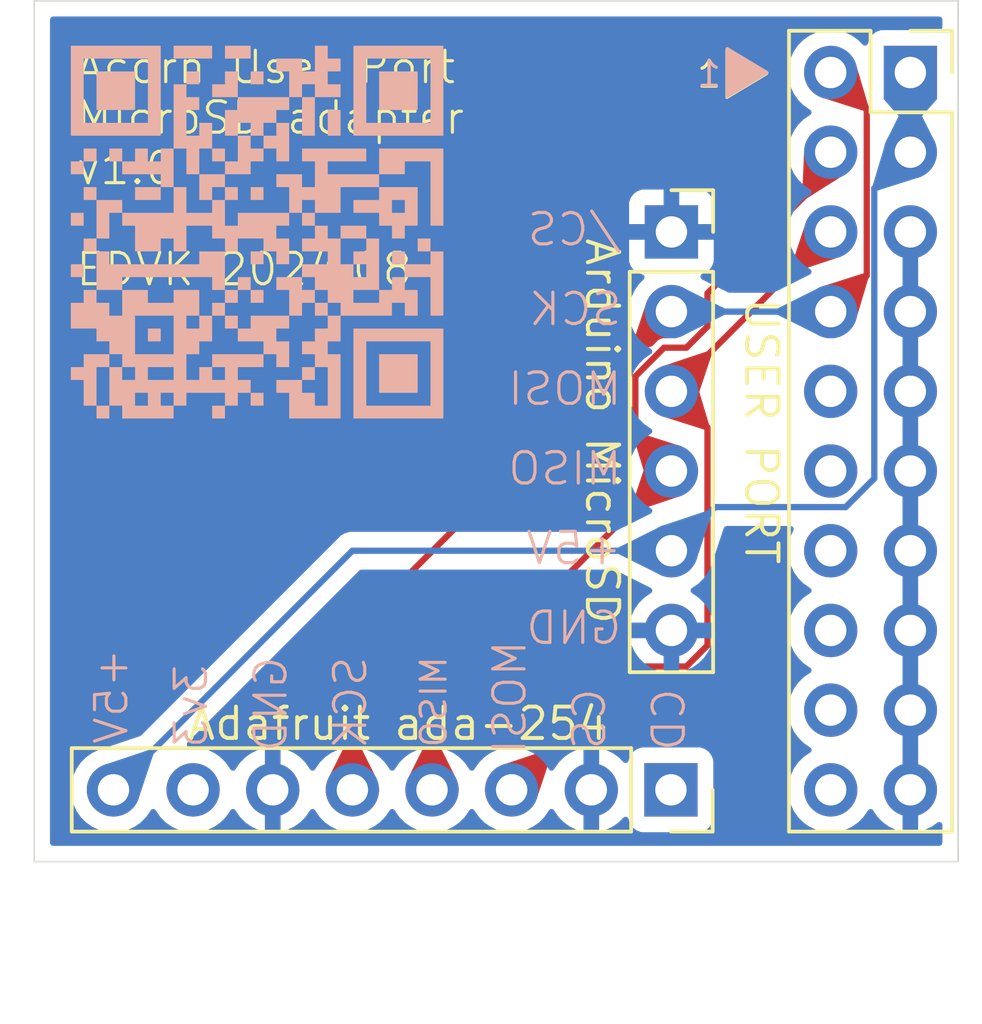
<source format=kicad_pcb>
(kicad_pcb (version 20240108) (generator "pcbnew") (generator_version "8.0")
  (layers (0 "F.Cu" signal) (31 "B.Cu" signal) (34 "B.Paste" user) (35 "F.Paste" user) (36 "B.SilkS" user "B.Silkscreen") (37 "F.SilkS" user "F.Silkscreen") (38 "B.Mask" user) (39 "F.Mask" user) (44 "Edge.Cuts" user))
  (net 0 "")
  (net 7 "GND")
  (net 8 "VCC")
  (net 11 "/MOSI")
  (net 12 "/SCK")
  (net 13 "/MISO")
  (footprint "Connector_PinSocket_2.54mm:PinSocket_1x06_P2.54mm_Vertical" (layer "F.Cu") (at 144.78 55.88)
    (property "Reference" "J1" (hide yes))
    (property "Value" "Arduino MicroSD Adapter")
    (fp_line (start -1.33 1.27) (end -1.33 14.03) (stroke (width 0.12)) (layer "F.SilkS"))
    (fp_line (start -1.33 1.27) (end 1.33 1.27) (stroke (width 0.12)) (layer "F.SilkS"))
    (fp_line (start -1.33 14.03) (end 1.33 14.03) (stroke (width 0.12)) (layer "F.SilkS"))
    (fp_line (start 0 -1.33) (end 1.33 -1.33) (stroke (width 0.12)) (layer "F.SilkS"))
    (fp_line (start 1.33 -1.33) (end 1.33 0) (stroke (width 0.12)) (layer "F.SilkS"))
    (fp_line (start 1.33 1.27) (end 1.33 14.03) (stroke (width 0.12)) (layer "F.SilkS"))
    (pad "1" thru_hole rect (at 0 0) (size 1.7 1.7) (drill 1) (layers "*.Cu" "*.Mask") (net 7 "GND"))
    (pad "2" thru_hole oval (at 0 2.54) (size 1.7 1.7) (drill 1) (layers "*.Cu" "*.Mask") (net 12 "/SCK"))
    (pad "3" thru_hole oval (at 0 5.08) (size 1.7 1.7) (drill 1) (layers "*.Cu" "*.Mask") (net 11 "/MOSI"))
    (pad "4" thru_hole oval (at 0 7.62) (size 1.7 1.7) (drill 1) (layers "*.Cu" "*.Mask") (net 13 "/MISO"))
    (pad "5" thru_hole oval (at 0 10.16) (size 1.7 1.7) (drill 1) (layers "*.Cu" "*.Mask") (net 8 "VCC"))
    (pad "6" thru_hole oval (at 0 12.7) (size 1.7 1.7) (drill 1) (layers "*.Cu" "*.Mask") (net 7 "GND"))
  )
  (footprint "Connector_PinSocket_2.54mm:PinSocket_1x08_P2.54mm_Vertical" (layer "F.Cu") (at 144.765 73.66 -90)
    (property "Reference" "J3" (hide yes))
    (property "Value" "Adafruit (ada-254)")
    (fp_line (start -1.33 19.11) (end 1.33 19.11) (stroke (width 0.12)) (layer "F.SilkS"))
    (fp_line (start -1.33 1.27) (end -1.33 19.11) (stroke (width 0.12)) (layer "F.SilkS"))
    (fp_line (start -1.33 1.27) (end 1.33 1.27) (stroke (width 0.12)) (layer "F.SilkS"))
    (fp_line (start 1.33 1.27) (end 1.33 19.11) (stroke (width 0.12)) (layer "F.SilkS"))
    (fp_line (start 0 -1.33) (end 1.33 -1.33) (stroke (width 0.12)) (layer "F.SilkS"))
    (fp_line (start 1.33 -1.33) (end 1.33 0) (stroke (width 0.12)) (layer "F.SilkS"))
    (pad "1" thru_hole rect (at 0 0 270) (size 1.7 1.7) (drill 1) (layers "*.Cu" "*.Mask"))
    (pad "2" thru_hole oval (at 0 2.54 270) (size 1.7 1.7) (drill 1) (layers "*.Cu" "*.Mask") (net 7 "GND"))
    (pad "3" thru_hole oval (at 0 5.08 270) (size 1.7 1.7) (drill 1) (layers "*.Cu" "*.Mask") (net 11 "/MOSI"))
    (pad "4" thru_hole oval (at 0 7.62 270) (size 1.7 1.7) (drill 1) (layers "*.Cu" "*.Mask") (net 13 "/MISO"))
    (pad "5" thru_hole oval (at 0 10.16 270) (size 1.7 1.7) (drill 1) (layers "*.Cu" "*.Mask") (net 12 "/SCK"))
    (pad "6" thru_hole oval (at 0 12.7 270) (size 1.7 1.7) (drill 1) (layers "*.Cu" "*.Mask") (net 7 "GND"))
    (pad "7" thru_hole oval (at 0 15.24 270) (size 1.7 1.7) (drill 1) (layers "*.Cu" "*.Mask"))
    (pad "8" thru_hole oval (at 0 17.78 270) (size 1.7 1.7) (drill 1) (layers "*.Cu" "*.Mask") (net 8 "VCC"))
  )
  (footprint "Connector_PinSocket_2.54mm:PinSocket_2x10_P2.54mm_Vertical" (layer "F.Cu") (at 152.4 50.8)
    (property "Reference" "UserPort1" (hide yes))
    (property "Value" "IDC 2x10")
    (fp_line (start -3.87 -1.33) (end -3.87 24.19) (stroke (width 0.12)) (layer "F.SilkS"))
    (fp_line (start -3.87 -1.33) (end -1.27 -1.33) (stroke (width 0.12)) (layer "F.SilkS"))
    (fp_line (start -3.87 24.19) (end 1.33 24.19) (stroke (width 0.12)) (layer "F.SilkS"))
    (fp_line (start -1.27 -1.33) (end -1.27 1.27) (stroke (width 0.12)) (layer "F.SilkS"))
    (fp_line (start -1.27 1.27) (end 1.33 1.27) (stroke (width 0.12)) (layer "F.SilkS"))
    (fp_line (start 0 -1.33) (end 1.33 -1.33) (stroke (width 0.12)) (layer "F.SilkS"))
    (fp_line (start 1.33 -1.33) (end 1.33 0) (stroke (width 0.12)) (layer "F.SilkS"))
    (fp_line (start 1.33 1.27) (end 1.33 24.19) (stroke (width 0.12)) (layer "F.SilkS"))
    (pad "1" thru_hole rect (at 0 0) (size 1.7 1.7) (drill 1) (layers "*.Cu" "*.Mask") (net 8 "VCC"))
    (pad "2" thru_hole oval (at -2.54 0) (size 1.7 1.7) (drill 1) (layers "*.Cu" "*.Mask") (net 12 "/SCK"))
    (pad "3" thru_hole oval (at 0 2.54) (size 1.7 1.7) (drill 1) (layers "*.Cu" "*.Mask") (net 8 "VCC"))
    (pad "4" thru_hole oval (at -2.54 2.54) (size 1.7 1.7) (drill 1) (layers "*.Cu" "*.Mask") (net 13 "/MISO"))
    (pad "5" thru_hole oval (at 0 5.08) (size 1.7 1.7) (drill 1) (layers "*.Cu" "*.Mask") (net 7 "GND"))
    (pad "6" thru_hole oval (at -2.54 5.08) (size 1.7 1.7) (drill 1) (layers "*.Cu" "*.Mask") (net 11 "/MOSI"))
    (pad "7" thru_hole oval (at 0 7.62) (size 1.7 1.7) (drill 1) (layers "*.Cu" "*.Mask") (net 7 "GND"))
    (pad "8" thru_hole oval (at -2.54 7.62) (size 1.7 1.7) (drill 1) (layers "*.Cu" "*.Mask") (net 12 "/SCK"))
    (pad "9" thru_hole oval (at 0 10.16) (size 1.7 1.7) (drill 1) (layers "*.Cu" "*.Mask") (net 7 "GND"))
    (pad "10" thru_hole oval (at -2.54 10.16) (size 1.7 1.7) (drill 1) (layers "*.Cu" "*.Mask"))
    (pad "11" thru_hole oval (at 0 12.7) (size 1.7 1.7) (drill 1) (layers "*.Cu" "*.Mask") (net 7 "GND"))
    (pad "12" thru_hole oval (at -2.54 12.7) (size 1.7 1.7) (drill 1) (layers "*.Cu" "*.Mask"))
    (pad "13" thru_hole oval (at 0 15.24) (size 1.7 1.7) (drill 1) (layers "*.Cu" "*.Mask") (net 7 "GND"))
    (pad "14" thru_hole oval (at -2.54 15.24) (size 1.7 1.7) (drill 1) (layers "*.Cu" "*.Mask"))
    (pad "15" thru_hole oval (at 0 17.78) (size 1.7 1.7) (drill 1) (layers "*.Cu" "*.Mask") (net 7 "GND"))
    (pad "16" thru_hole oval (at -2.54 17.78) (size 1.7 1.7) (drill 1) (layers "*.Cu" "*.Mask"))
    (pad "17" thru_hole oval (at 0 20.32) (size 1.7 1.7) (drill 1) (layers "*.Cu" "*.Mask") (net 7 "GND"))
    (pad "18" thru_hole oval (at -2.54 20.32) (size 1.7 1.7) (drill 1) (layers "*.Cu" "*.Mask"))
    (pad "19" thru_hole oval (at 0 22.86) (size 1.7 1.7) (drill 1) (layers "*.Cu" "*.Mask") (net 7 "GND"))
    (pad "20" thru_hole oval (at -2.54 22.86) (size 1.7 1.7) (drill 1) (layers "*.Cu" "*.Mask"))
  )
  (footprint "LOGO" (layer "B.Cu") (at 131.572 55.88 180)
    (property "Reference" "G***" (hide yes))
    (property "Value" "LOGO" (hide yes))
    (fp_poly (pts (xy 5.94653 2.04218) (xy 5.94653 1.837341) (xy 5.741691 1.837341) (xy 5.536853 1.837341) (xy 5.536853 2.04218) (xy 5.536853 2.247018) (xy 5.741691 2.247018) (xy 5.94653 2.247018)) (fill solid) (layer "B.SilkS"))
    (fp_poly (pts (xy 5.94653 0.40347) (xy 5.94653 0.198631) (xy 5.741691 0.198631) (xy 5.536853 0.198631) (xy 5.536853 0.40347) (xy 5.536853 0.608309) (xy 5.741691 0.608309) (xy 5.94653 0.608309)) (fill solid) (layer "B.SilkS"))
    (fp_poly (pts (xy 5.94653 -1.23524) (xy 5.94653 -1.440078) (xy 5.741691 -1.440078) (xy 5.536853 -1.440078) (xy 5.536853 -1.23524) (xy 5.536853 -1.030401) (xy 5.741691 -1.030401) (xy 5.94653 -1.030401)) (fill solid) (layer "B.SilkS"))
    (fp_poly (pts (xy 5.536853 2.451857) (xy 5.536853 2.247018) (xy 5.332014 2.247018) (xy 5.127175 2.247018) (xy 5.127175 2.451857) (xy 5.127175 2.656696) (xy 5.332014 2.656696) (xy 5.536853 2.656696)) (fill solid) (layer "B.SilkS"))
    (fp_poly (pts (xy 5.127175 4.500244) (xy 5.127175 3.885728) (xy 4.512659 3.885728) (xy 3.898143 3.885728) (xy 3.898143 4.500244) (xy 3.898143 5.11476) (xy 4.512659 5.11476) (xy 5.127175 5.11476)) (fill solid) (layer "B.SilkS"))
    (fp_poly (pts (xy 3.898143 1.222825) (xy 3.898143 1.017986) (xy 3.488466 1.017986) (xy 3.078788 1.017986) (xy 3.078788 1.222825) (xy 3.078788 1.427663) (xy 3.488466 1.427663) (xy 3.898143 1.427663)) (fill solid) (layer "B.SilkS"))
    (fp_poly (pts (xy 3.488466 -3.283627) (xy 3.488466 -3.488466) (xy 3.283627 -3.488466) (xy 3.078788 -3.488466) (xy 3.078788 -3.283627) (xy 3.078788 -3.078788) (xy 3.283627 -3.078788) (xy 3.488466 -3.078788)) (fill solid) (layer "B.SilkS"))
    (fp_poly (pts (xy 2.669111 5.729276) (xy 2.669111 5.524438) (xy 2.054595 5.524438) (xy 1.440078 5.524438) (xy 1.440078 5.729276) (xy 1.440078 5.934115) (xy 2.054595 5.934115) (xy 2.669111 5.934115)) (fill solid) (layer "B.SilkS"))
    (fp_poly (pts (xy 2.259433 4.909922) (xy 2.259433 4.705083) (xy 2.054595 4.705083) (xy 1.849756 4.705083) (xy 1.849756 4.909922) (xy 1.849756 5.11476) (xy 2.054595 5.11476) (xy 2.259433 5.11476)) (fill solid) (layer "B.SilkS"))
    (fp_poly (pts (xy 1.440078 -5.741691) (xy 1.440078 -5.94653) (xy 1.23524 -5.94653) (xy 1.030401 -5.94653) (xy 1.030401 -5.741691) (xy 1.030401 -5.536853) (xy 1.23524 -5.536853) (xy 1.440078 -5.536853)) (fill solid) (layer "B.SilkS"))
    (fp_poly (pts (xy 1.030401 5.729276) (xy 1.030401 5.524438) (xy 0.620724 5.524438) (xy 0.211046 5.524438) (xy 0.211046 5.729276) (xy 0.211046 5.934115) (xy 0.620724 5.934115) (xy 1.030401 5.934115)) (fill solid) (layer "B.SilkS"))
    (fp_poly (pts (xy 1.030401 -2.054595) (xy 1.030401 -2.259433) (xy 0.825562 -2.259433) (xy 0.620724 -2.259433) (xy 0.620724 -2.054595) (xy 0.620724 -1.849756) (xy 0.825562 -1.849756) (xy 1.030401 -1.849756)) (fill solid) (layer "B.SilkS"))
    (fp_poly (pts (xy 0.211046 4.909922) (xy 0.211046 4.705083) (xy 0.006208 4.705083) (xy -0.198631 4.705083) (xy -0.198631 4.909922) (xy -0.198631 5.11476) (xy 0.006208 5.11476) (xy 0.211046 5.11476)) (fill solid) (layer "B.SilkS"))
    (fp_poly (pts (xy 0.211046 1.222825) (xy 0.211046 1.017986) (xy 0.006208 1.017986) (xy -0.198631 1.017986) (xy -0.198631 1.222825) (xy -0.198631 1.427663) (xy 0.006208 1.427663) (xy 0.211046 1.427663)) (fill solid) (layer "B.SilkS"))
    (fp_poly (pts (xy 0.211046 -0.825562) (xy 0.211046 -1.030401) (xy 0.006208 -1.030401) (xy -0.198631 -1.030401) (xy -0.198631 -0.825562) (xy -0.198631 -0.620724) (xy 0.006208 -0.620724) (xy 0.211046 -0.620724)) (fill solid) (layer "B.SilkS"))
    (fp_poly (pts (xy -1.427663 -4.512659) (xy -1.427663 -4.717498) (xy -1.632502 -4.717498) (xy -1.837341 -4.717498) (xy -1.837341 -4.512659) (xy -1.837341 -4.30782) (xy -1.632502 -4.30782) (xy -1.427663 -4.30782)) (fill solid) (layer "B.SilkS"))
    (fp_poly (pts (xy -2.247018 3.476051) (xy -2.247018 3.066373) (xy -2.451857 3.066373) (xy -2.656696 3.066373) (xy -2.656696 3.476051) (xy -2.656696 3.885728) (xy -2.451857 3.885728) (xy -2.247018 3.885728)) (fill solid) (layer "B.SilkS"))
    (fp_poly (pts (xy -3.885728 4.500244) (xy -3.885728 3.885728) (xy -4.500244 3.885728) (xy -5.11476 3.885728) (xy -5.11476 4.500244) (xy -5.11476 5.11476) (xy -4.500244 5.11476) (xy -3.885728 5.11476)) (fill solid) (layer "B.SilkS"))
    (fp_poly (pts (xy -3.885728 -4.512659) (xy -3.885728 -5.127175) (xy -4.500244 -5.127175) (xy -5.11476 -5.127175) (xy -5.11476 -4.512659) (xy -5.11476 -3.898143) (xy -4.500244 -3.898143) (xy -3.885728 -3.898143)) (fill solid) (layer "B.SilkS"))
    (fp_poly (pts (xy 1.440078 -2.464272) (xy 1.440078 -2.669111) (xy 1.23524 -2.669111) (xy 1.030401 -2.669111) (xy 1.030401 -2.873949) (xy 1.030401 -3.078788) (xy 0.825562 -3.078788) (xy 0.620724 -3.078788) (xy 0.620724 -2.873949) (xy 0.620724 -2.669111) (xy 0.825562 -2.669111) (xy 1.030401 -2.669111) (xy 1.030401 -2.464272) (xy 1.030401 -2.259433) (xy 1.23524 -2.259433) (xy 1.440078 -2.259433)) (fill solid) (layer "B.SilkS"))
    (fp_poly (pts (xy 0.620724 -1.644917) (xy 0.620724 -1.849756) (xy 0.415885 -1.849756) (xy 0.211046 -1.849756) (xy 0.211046 -2.054595) (xy 0.211046 -2.259433) (xy 0.006208 -2.259433) (xy -0.198631 -2.259433) (xy -0.198631 -2.054595) (xy -0.198631 -1.849756) (xy 0.006208 -1.849756) (xy 0.211046 -1.849756) (xy 0.211046 -1.644917) (xy 0.211046 -1.440078) (xy 0.415885 -1.440078) (xy 0.620724 -1.440078)) (fill solid) (layer "B.SilkS"))
    (fp_poly (pts (xy 5.94653 4.500244) (xy 5.94653 3.066373) (xy 4.512659 3.066373) (xy 3.078788 3.066373) (xy 3.078788 4.500244) (xy 3.488466 4.500244) (xy 3.488466 3.476051) (xy 4.512659 3.476051) (xy 5.536853 3.476051) (xy 5.536853 4.500244) (xy 5.536853 5.524438) (xy 4.512659 5.524438) (xy 3.488466 5.524438) (xy 3.488466 4.500244) (xy 3.078788 4.500244) (xy 3.078788 5.934115) (xy 4.512659 5.934115) (xy 5.94653 5.934115)) (fill solid) (layer "B.SilkS"))
    (fp_poly (pts (xy -3.066373 4.500244) (xy -3.066373 3.066373) (xy -4.500244 3.066373) (xy -5.934115 3.066373) (xy -5.934115 4.500244) (xy -5.524438 4.500244) (xy -5.524438 3.476051) (xy -4.500244 3.476051) (xy -3.476051 3.476051) (xy -3.476051 4.500244) (xy -3.476051 5.524438) (xy -4.500244 5.524438) (xy -5.524438 5.524438) (xy -5.524438 4.500244) (xy -5.934115 4.500244) (xy -5.934115 5.934115) (xy -4.500244 5.934115) (xy -3.066373 5.934115)) (fill solid) (layer "B.SilkS"))
    (fp_poly (pts (xy -3.066373 -4.512659) (xy -3.066373 -5.94653) (xy -4.500244 -5.94653) (xy -5.934115 -5.94653) (xy -5.934115 -4.512659) (xy -5.524438 -4.512659) (xy -5.524438 -5.536853) (xy -4.500244 -5.536853) (xy -3.476051 -5.536853) (xy -3.476051 -4.512659) (xy -3.476051 -3.488466) (xy -4.500244 -3.488466) (xy -5.524438 -3.488466) (xy -5.524438 -4.512659) (xy -5.934115 -4.512659) (xy -5.934115 -3.078788) (xy -4.500244 -3.078788) (xy -3.066373 -3.078788)) (fill solid) (layer "B.SilkS"))
    (fp_poly (pts (xy 1.849756 1.427663) (xy 1.849756 1.017986) (xy 1.644917 1.017986) (xy 1.440078 1.017986) (xy 1.440078 1.222825) (xy 1.440078 1.427663) (xy 1.23524 1.427663) (xy 1.030401 1.427663) (xy 1.030401 1.222825) (xy 1.030401 1.017986) (xy 0.825562 1.017986) (xy 0.620724 1.017986) (xy 0.620724 1.222825) (xy 0.620724 1.427663) (xy 0.825562 1.427663) (xy 1.030401 1.427663) (xy 1.030401 1.632502) (xy 1.030401 1.837341) (xy 1.440078 1.837341) (xy 1.849756 1.837341)) (fill solid) (layer "B.SilkS"))
    (fp_poly (pts (xy 0.211046 -2.873949) (xy 0.211046 -3.078788) (xy 0.415885 -3.078788) (xy 0.620724 -3.078788) (xy 0.620724 -3.283627) (xy 0.620724 -3.488466) (xy 0.211046 -3.488466) (xy -0.198631 -3.488466) (xy -0.198631 -3.693304) (xy -0.198631 -3.898143) (xy -0.40347 -3.898143) (xy -0.608309 -3.898143) (xy -0.608309 -4.102982) (xy -0.608309 -4.30782) (xy -0.813147 -4.30782) (xy -1.017986 -4.30782) (xy -1.017986 -3.898143) (xy -1.017986 -3.488466) (xy -0.813147 -3.488466) (xy -0.608309 -3.488466) (xy -0.608309 -3.283627) (xy -0.608309 -3.078788) (xy -0.813147 -3.078788) (xy -1.017986 -3.078788) (xy -1.017986 -2.873949) (xy -1.017986 -2.669111) (xy -0.40347 -2.669111) (xy 0.211046 -2.669111)) (fill solid) (layer "B.SilkS"))
    (fp_poly (pts (xy -5.11476 -0.415885) (xy -5.11476 -0.620724) (xy -5.319599 -0.620724) (xy -5.524438 -0.620724) (xy -5.524438 -0.825562) (xy -5.524438 -1.030401) (xy -5.11476 -1.030401) (xy -4.705083 -1.030401) (xy -4.705083 -0.825562) (xy -4.705083 -0.620724) (xy -4.500244 -0.620724) (xy -4.295405 -0.620724) (xy -4.295405 -0.825562) (xy -4.295405 -1.030401) (xy -4.500244 -1.030401) (xy -4.705083 -1.030401) (xy -4.705083 -1.23524) (xy -4.705083 -1.440078) (xy -5.11476 -1.440078) (xy -5.524438 -1.440078) (xy -5.524438 -2.054595) (xy -5.524438 -2.669111) (xy -5.729276 -2.669111) (xy -5.934115 -2.669111) (xy -5.934115 -1.644917) (xy -5.934115 -0.620724) (xy -5.729276 -0.620724) (xy -5.524438 -0.620724) (xy -5.524438 -0.415885) (xy -5.524438 -0.211046) (xy -5.319599 -0.211046) (xy -5.11476 -0.211046)) (fill solid) (layer "B.SilkS"))
    (fp_poly (pts (xy 3.078788 2.451857) (xy 3.078788 2.247018) (xy 3.283627 2.247018) (xy 3.488466 2.247018) (xy 3.488466 2.451857) (xy 3.488466 2.656696) (xy 3.693304 2.656696) (xy 3.898143 2.656696) (xy 3.898143 2.451857) (xy 3.898143 2.247018) (xy 4.102982 2.247018) (xy 4.30782 2.247018) (xy 4.30782 2.451857) (xy 4.30782 2.656696) (xy 4.512659 2.656696) (xy 4.717498 2.656696) (xy 4.717498 2.451857) (xy 4.717498 2.247018) (xy 4.512659 2.247018) (xy 4.30782 2.247018) (xy 4.30782 2.04218) (xy 4.30782 1.837341) (xy 3.693304 1.837341) (xy 3.078788 1.837341) (xy 3.078788 1.632502) (xy 3.078788 1.427663) (xy 2.873949 1.427663) (xy 2.669111 1.427663) (xy 2.669111 1.017986) (xy 2.669111 0.608309) (xy 3.488466 0.608309) (xy 4.30782 0.608309) (xy 4.30782 0.813147) (xy 4.30782 1.017986) (xy 4.717498 1.017986) (xy 5.127175 1.017986) (xy 5.127175 1.222825) (xy 5.127175 1.427663) (xy 5.332014 1.427663) (xy 5.536853 1.427663) (xy 5.536853 1.222825) (xy 5.536853 1.017986) (xy 5.332014 1.017986) (xy 5.127175 1.017986) (xy 5.127175 0.40347) (xy 5.127175 -0.211046) (xy 4.922337 -0.211046) (xy 4.717498 -0.211046) (xy 4.717498 0.198631) (xy 4.717498 0.608309) (xy 4.512659 0.608309) (xy 4.30782 0.608309) (xy 4.30782 0.40347) (xy 4.30782 0.198631) (xy 4.102982 0.198631) (xy 3.898143 0.198631) (xy 3.898143 -0.211046) (xy 3.898143 -0.620724) (xy 3.488466 -0.620724) (xy 3.078788 -0.620724) (xy 3.078788 -0.415885) (xy 3.078788 -0.211046) (xy 2.873949 -0.211046) (xy 2.669111 -0.211046) (xy 2.669111 -0.415885) (xy 2.669111 -0.620724) (xy 2.464272 -0.620724) (xy 2.259433 -0.620724) (xy 2.259433 -0.211046) (xy 2.259433 0.198631) (xy 1.849756 0.198631) (xy 1.440078 0.198631) (xy 1.440078 -0.006208) (xy 1.440078 -0.211046) (xy 1.23524 -0.211046) (xy 1.030401 -0.211046) (xy 1.030401 -0.415885) (xy 1.030401 -0.620724) (xy 0.825562 -0.620724) (xy 0.620724 -0.620724) (xy 0.620724 -0.415885) (xy 0.620724 -0.211046) (xy 0.211046 -0.211046) (xy -0.198631 -0.211046) (xy -0.198631 -0.415885) (xy -0.198631 -0.620724) (xy -0.40347 -0.620724) (xy -0.608309 -0.620724) (xy -0.608309 -0.825562) (xy -0.608309 -1.030401) (xy -0.813147 -1.030401) (xy -1.017986 -1.030401) (xy -1.017986 -0.620724) (xy -1.017986 -0.211046) (xy -0.813147 -0.211046) (xy -0.608309 -0.211046) (xy -0.608309 -0.006208) (xy -0.608309 0.198631) (xy -0.813147 0.198631) (xy -1.017986 0.198631) (xy -1.017986 0.40347) (xy -1.017986 0.608309) (xy -0.198631 0.608309) (xy 0.620724 0.608309) (xy 0.620724 0.40347) (xy 0.620724 0.198631) (xy 0.825562 0.198631) (xy 1.030401 0.198631) (xy 1.030401 0.608309) (xy 1.030401 1.017986) (xy 1.23524 1.017986) (xy 1.440078 1.017986) (xy 1.440078 0.813147) (xy 1.440078 0.608309) (xy 1.849756 0.608309) (xy 2.259433 0.608309) (xy 2.259433 1.017986) (xy 2.259433 1.427663) (xy 2.464272 1.427663) (xy 2.669111 1.427663) (xy 2.669111 2.04218) (xy 2.669111 2.656696) (xy 2.873949 2.656696) (xy 3.078788 2.656696)) (fill solid) (layer "B.SilkS"))
    (fp_poly (pts (xy -1.837341 5.524438) (xy -1.837341 5.11476) (xy -1.632502 5.11476) (xy -1.427663 5.11476) (xy -1.427663 5.319599) (xy -1.427663 5.524438) (xy -1.017986 5.524438) (xy -0.608309 5.524438) (xy -0.608309 5.319599) (xy -0.608309 5.11476) (xy -0.813147 5.11476) (xy -1.017986 5.11476) (xy -1.017986 4.705083) (xy -1.017986 4.295405) (xy -0.198631 4.295405) (xy 0.620724 4.295405) (xy 0.620724 4.705083) (xy 0.620724 5.11476) (xy 0.825562 5.11476) (xy 1.030401 5.11476) (xy 1.030401 4.909922) (xy 1.030401 4.705083) (xy 1.23524 4.705083) (xy 1.440078 4.705083) (xy 1.440078 4.500244) (xy 1.440078 4.295405) (xy 1.030401 4.295405) (xy 0.620724 4.295405) (xy 0.620724 4.090567) (xy 0.620724 3.885728) (xy 0.825562 3.885728) (xy 1.030401 3.885728) (xy 1.030401 3.476051) (xy 1.030401 3.066373) (xy 0.825562 3.066373) (xy 0.620724 3.066373) (xy 0.620724 2.656696) (xy 0.620724 2.247018) (xy 0.825562 2.247018) (xy 1.030401 2.247018) (xy 1.030401 2.451857) (xy 1.030401 2.656696) (xy 1.23524 2.656696) (xy 1.440078 2.656696) (xy 1.440078 3.066373) (xy 1.440078 3.476051) (xy 1.644917 3.476051) (xy 1.849756 3.476051) (xy 1.849756 3.271212) (xy 1.849756 3.066373) (xy 2.054595 3.066373) (xy 2.259433 3.066373) (xy 2.259433 3.476051) (xy 2.259433 3.885728) (xy 2.054595 3.885728) (xy 1.849756 3.885728) (xy 1.849756 4.090567) (xy 1.849756 4.295405) (xy 2.054595 4.295405) (xy 2.259433 4.295405) (xy 2.259433 4.500244) (xy 2.259433 4.705083) (xy 2.464272 4.705083) (xy 2.669111 4.705083) (xy 2.669111 3.680889) (xy 2.669111 2.656696) (xy 2.464272 2.656696) (xy 2.259433 2.656696) (xy 2.259433 2.247018) (xy 2.259433 1.837341) (xy 2.054595 1.837341) (xy 1.849756 1.837341) (xy 1.849756 2.247018) (xy 1.849756 2.656696) (xy 1.644917 2.656696) (xy 1.440078 2.656696) (xy 1.440078 2.451857) (xy 1.440078 2.247018) (xy 1.23524 2.247018) (xy 1.030401 2.247018) (xy 1.030401 2.04218) (xy 1.030401 1.837341) (xy 0.620724 1.837341) (xy 0.211046 1.837341) (xy 0.211046 2.04218) (xy 0.211046 2.247018) (xy 0.006208 2.247018) (xy -0.198631 2.247018) (xy -0.198631 2.451857) (xy -0.198631 2.656696) (xy -0.40347 2.656696) (xy -0.608309 2.656696) (xy -0.608309 2.451857) (xy -0.608309 2.247018) (xy -0.813147 2.247018) (xy -1.017986 2.247018) (xy -1.017986 2.861534) (xy -1.017986 3.271212) (xy -0.608309 3.271212) (xy -0.608309 3.066373) (xy -0.40347 3.066373) (xy -0.198631 3.066373) (xy -0.198631 2.861534) (xy -0.198631 2.656696) (xy 0.006208 2.656696) (xy 0.211046 2.656696) (xy 0.211046 2.861534) (xy 0.211046 3.066373) (xy 0.415885 3.066373) (xy 0.620724 3.066373) (xy 0.620724 3.271212) (xy 0.620724 3.476051) (xy 0.415885 3.476051) (xy 0.211046 3.476051) (xy 0.211046 3.271212) (xy 0.211046 3.066373) (xy 0.006208 3.066373) (xy -0.198631 3.066373) (xy -0.198631 3.271212) (xy -0.198631 3.476051) (xy -0.40347 3.476051) (xy -0.608309 3.476051) (xy -0.608309 3.271212) (xy -1.017986 3.271212) (xy -1.017986 3.476051) (xy -0.813147 3.476051) (xy -0.608309 3.476051) (xy -0.608309 3.680889) (xy -0.608309 3.885728) (xy -0.813147 3.885728) (xy -1.017986 3.885728) (xy -1.017986 4.090567) (xy -1.017986 4.295405) (xy -1.222825 4.295405) (xy -1.427663 4.295405) (xy -1.427663 3.680889) (xy -1.427663 3.066373) (xy -1.632502 3.066373) (xy -1.837341 3.066373) (xy -1.837341 3.680889) (xy -1.837341 4.295405) (xy -2.247018 4.295405) (xy -2.656696 4.295405) (xy -2.656696 4.500244) (xy -1.837341 4.500244) (xy -1.837341 4.295405) (xy -1.632502 4.295405) (xy -1.427663 4.295405) (xy -1.427663 4.500244) (xy -1.427663 4.705083) (xy -1.632502 4.705083) (xy -1.837341 4.705083) (xy -1.837341 4.500244) (xy -2.656696 4.500244) (xy -2.656696 4.705083) (xy -2.451857 4.705083) (xy -2.247018 4.705083) (xy -2.247018 4.909922) (xy -2.247018 5.11476) (xy -2.451857 5.11476) (xy -2.656696 5.11476) (xy -2.656696 5.319599) (xy -2.656696 5.524438) (xy -2.451857 5.524438) (xy -2.247018 5.524438) (xy -2.247018 5.729276) (xy -2.247018 5.934115) (xy -2.04218 5.934115) (xy -1.837341 5.934115)) (fill solid) (layer "B.SilkS"))
    (fp_poly (pts (xy 5.536853 -0.415885) (xy 5.536853 -0.620724) (xy 5.332014 -0.620724) (xy 5.127175 -0.620724) (xy 5.127175 -1.23524) (xy 5.127175 -1.849756) (xy 4.717498 -1.849756) (xy 4.30782 -1.849756) (xy 4.30782 -2.259433) (xy 4.30782 -2.669111) (xy 4.512659 -2.669111) (xy 4.717498 -2.669111) (xy 4.717498 -2.464272) (xy 4.717498 -2.259433) (xy 4.922337 -2.259433) (xy 5.127175 -2.259433) (xy 5.127175 -2.054595) (xy 5.127175 -1.849756) (xy 5.332014 -1.849756) (xy 5.536853 -1.849756) (xy 5.536853 -2.054595) (xy 5.536853 -2.259433) (xy 5.741691 -2.259433) (xy 5.94653 -2.259433) (xy 5.94653 -2.669111) (xy 5.94653 -3.078788) (xy 5.536853 -3.078788) (xy 5.127175 -3.078788) (xy 5.127175 -3.283627) (xy 5.127175 -3.488466) (xy 4.922337 -3.488466) (xy 4.717498 -3.488466) (xy 4.717498 -3.693304) (xy 4.717498 -3.898143) (xy 4.512659 -3.898143) (xy 4.30782 -3.898143) (xy 4.30782 -4.102982) (xy 4.30782 -4.30782) (xy 4.102982 -4.30782) (xy 3.898143 -4.30782) (xy 3.898143 -4.512659) (xy 3.898143 -4.717498) (xy 4.102982 -4.717498) (xy 4.30782 -4.717498) (xy 4.30782 -4.512659) (xy 4.30782 -4.30782) (xy 4.512659 -4.30782) (xy 4.717498 -4.30782) (xy 4.717498 -4.102982) (xy 4.717498 -3.898143) (xy 5.127175 -3.898143) (xy 5.536853 -3.898143) (xy 5.536853 -4.102982) (xy 5.536853 -4.30782) (xy 5.741691 -4.30782) (xy 5.94653 -4.30782) (xy 5.94653 -4.512659) (xy 5.94653 -4.717498) (xy 5.741691 -4.717498) (xy 5.536853 -4.717498) (xy 5.536853 -5.127175) (xy 5.536853 -5.536853) (xy 5.332014 -5.536853) (xy 5.127175 -5.536853) (xy 5.127175 -5.741691) (xy 5.127175 -5.94653) (xy 4.922337 -5.94653) (xy 4.717498 -5.94653) (xy 4.717498 -5.741691) (xy 4.717498 -5.536853) (xy 4.512659 -5.536853) (xy 4.30782 -5.536853) (xy 4.30782 -5.741691) (xy 4.30782 -5.94653) (xy 3.488466 -5.94653) (xy 2.669111 -5.94653) (xy 2.669111 -5.741691) (xy 2.669111 -5.536853) (xy 2.464272 -5.536853) (xy 2.259433 -5.536853) (xy 2.259433 -5.332014) (xy 2.669111 -5.332014) (xy 2.669111 -5.536853) (xy 2.873949 -5.536853) (xy 3.078788 -5.536853) (xy 3.078788 -5.332014) (xy 3.488466 -5.332014) (xy 3.488466 -5.536853) (xy 3.693304 -5.536853) (xy 3.898143 -5.536853) (xy 3.898143 -5.332014) (xy 3.898143 -5.127175) (xy 3.693304 -5.127175) (xy 3.488466 -5.127175) (xy 3.488466 -5.332014) (xy 3.078788 -5.332014) (xy 3.078788 -5.127175) (xy 2.873949 -5.127175) (xy 2.669111 -5.127175) (xy 2.669111 -5.332014) (xy 2.259433 -5.332014) (xy 2.259433 -5.127175) (xy 1.644917 -5.127175) (xy 1.030401 -5.127175) (xy 1.030401 -5.332014) (xy 1.030401 -5.536853) (xy 0.825562 -5.536853) (xy 0.620724 -5.536853) (xy 0.620724 -5.332014) (xy 0.620724 -5.127175) (xy 0.415885 -5.127175) (xy 0.211046 -5.127175) (xy 0.211046 -5.332014) (xy 0.211046 -5.536853) (xy 0.006208 -5.536853) (xy -0.198631 -5.536853) (xy -0.198631 -5.332014) (xy -0.198631 -5.127175) (xy 0.006208 -5.127175) (xy 0.211046 -5.127175) (xy 0.211046 -4.922337) (xy 4.717498 -4.922337) (xy 4.717498 -5.536853) (xy 4.922337 -5.536853) (xy 5.127175 -5.536853) (xy 5.127175 -4.922337) (xy 5.127175 -4.30782) (xy 4.922337 -4.30782) (xy 4.717498 -4.30782) (xy 4.717498 -4.922337) (xy 0.211046 -4.922337) (xy 0.211046 -4.717498) (xy 0.415885 -4.717498) (xy 0.620724 -4.717498) (xy 0.620724 -4.512659) (xy 0.620724 -4.30782) (xy 0.211046 -4.30782) (xy -0.198631 -4.30782) (xy -0.198631 -4.102982) (xy -0.198631 -3.898143) (xy 0.620724 -3.898143) (xy 1.440078 -3.898143) (xy 1.440078 -4.102982) (xy 1.440078 -4.30782) (xy 1.23524 -4.30782) (xy 1.030401 -4.30782) (xy 1.030401 -4.512659) (xy 1.030401 -4.717498) (xy 1.23524 -4.717498) (xy 1.440078 -4.717498) (xy 1.440078 -4.512659) (xy 1.440078 -4.30782) (xy 1.644917 -4.30782) (xy 1.849756 -4.30782) (xy 1.849756 -4.512659) (xy 1.849756 -4.717498) (xy 2.054595 -4.717498) (xy 2.259433 -4.717498) (xy 2.259433 -4.512659) (xy 2.669111 -4.512659) (xy 2.669111 -4.717498) (xy 3.078788 -4.717498) (xy 3.488466 -4.717498) (xy 3.488466 -4.512659) (xy 3.488466 -4.30782) (xy 3.078788 -4.30782) (xy 2.669111 -4.30782) (xy 2.669111 -4.512659) (xy 2.259433 -4.512659) (xy 2.259433 -4.30782) (xy 2.259433 -3.898143) (xy 2.054595 -3.898143) (xy 1.849756 -3.898143) (xy 1.849756 -3.693304) (xy 1.849756 -3.488466) (xy 1.644917 -3.488466) (xy 1.440078 -3.488466) (xy 1.440078 -3.283627) (xy 2.669111 -3.283627) (xy 2.669111 -3.898143) (xy 3.283627 -3.898143) (xy 3.898143 -3.898143) (xy 3.898143 -3.283627) (xy 3.898143 -2.669111) (xy 3.283627 -2.669111) (xy 2.669111 -2.669111) (xy 2.669111 -3.283627) (xy 1.440078 -3.283627) (xy 1.440078 -3.078788) (xy 1.440078 -2.873949) (xy 1.849756 -2.873949) (xy 1.849756 -3.078788) (xy 2.054595 -3.078788) (xy 2.259433 -3.078788) (xy 2.259433 -2.873949) (xy 2.259433 -2.669111) (xy 2.054595 -2.669111) (xy 1.849756 -2.669111) (xy 1.849756 -2.873949) (xy 1.440078 -2.873949) (xy 1.440078 -2.669111) (xy 1.644917 -2.669111) (xy 1.849756 -2.669111) (xy 1.849756 -2.259433) (xy 1.849756 -1.849756) (xy 2.259433 -1.849756) (xy 2.669111 -1.849756) (xy 2.669111 -2.054595) (xy 2.669111 -2.259433) (xy 3.078788 -2.259433) (xy 3.488466 -2.259433) (xy 3.488466 -2.054595) (xy 3.488466 -1.849756) (xy 3.898143 -1.849756) (xy 4.30782 -1.849756) (xy 4.30782 -1.644917) (xy 4.30782 -1.440078) (xy 2.873949 -1.440078) (xy 1.440078 -1.440078) (xy 1.440078 -1.644917) (xy 1.440078 -1.849756) (xy 1.23524 -1.849756) (xy 1.030401 -1.849756) (xy 1.030401 -1.23524) (xy 1.030401 -0.620724) (xy 1.440078 -0.620724) (xy 1.849756 -0.620724) (xy 1.849756 -0.825562) (xy 1.849756 -1.030401) (xy 3.283627 -1.030401) (xy 4.717498 -1.030401) (xy 4.717498 -0.825562) (xy 4.717498 -0.620724) (xy 4.922337 -0.620724) (xy 5.127175 -0.620724) (xy 5.127175 -0.415885) (xy 5.127175 -0.211046) (xy 5.332014 -0.211046) (xy 5.536853 -0.211046)) (fill solid) (layer "B.SilkS"))
    (fp_poly (pts (xy -3.885728 2.247018) (xy -3.885728 1.837341) (xy -3.066373 1.837341) (xy -2.247018 1.837341) (xy -2.247018 2.04218) (xy -2.247018 2.247018) (xy -2.861534 2.247018) (xy -3.476051 2.247018) (xy -3.476051 2.451857) (xy -3.476051 2.656696) (xy -2.451857 2.656696) (xy -1.427663 2.656696) (xy -1.427663 2.451857) (xy -1.427663 2.247018) (xy -1.632502 2.247018) (xy -1.837341 2.247018) (xy -1.837341 1.837341) (xy -1.837341 1.427663) (xy -1.632502 1.427663) (xy -1.427663 1.427663) (xy -1.427663 1.632502) (xy -1.427663 1.837341) (xy -1.017986 1.837341) (xy -0.608309 1.837341) (xy -0.608309 1.632502) (xy -0.608309 1.427663) (xy -0.813147 1.427663) (xy -1.017986 1.427663) (xy -1.017986 1.017986) (xy -1.017986 0.608309) (xy -1.222825 0.608309) (xy -1.427663 0.608309) (xy -1.427663 0.40347) (xy -1.427663 0.198631) (xy -1.632502 0.198631) (xy -1.837341 0.198631) (xy -1.837341 -0.006208) (xy -1.837341 -0.211046) (xy -1.632502 -0.211046) (xy -1.427663 -0.211046) (xy -1.427663 -0.415885) (xy -1.427663 -0.620724) (xy -1.837341 -0.620724) (xy -2.247018 -0.620724) (xy -2.247018 -0.825562) (xy -2.247018 -1.030401) (xy -1.837341 -1.030401) (xy -1.427663 -1.030401) (xy -1.427663 -1.23524) (xy -1.427663 -1.440078) (xy -1.632502 -1.440078) (xy -1.837341 -1.440078) (xy -1.837341 -1.644917) (xy -1.837341 -1.849756) (xy -2.04218 -1.849756) (xy -2.247018 -1.849756) (xy -2.247018 -2.054595) (xy -2.247018 -2.259433) (xy -2.451857 -2.259433) (xy -2.656696 -2.259433) (xy -2.656696 -2.464272) (xy -2.656696 -2.669111) (xy -2.451857 -2.669111) (xy -2.247018 -2.669111) (xy -2.247018 -2.464272) (xy -2.247018 -2.259433) (xy -2.04218 -2.259433) (xy -1.837341 -2.259433) (xy -1.837341 -2.054595) (xy -1.837341 -1.849756) (xy -1.632502 -1.849756) (xy -1.427663 -1.849756) (xy -1.427663 -1.644917) (xy -1.427663 -1.440078) (xy -1.017986 -1.440078) (xy -0.608309 -1.440078) (xy -0.608309 -1.644917) (xy -0.608309 -1.849756) (xy -0.813147 -1.849756) (xy -1.017986 -1.849756) (xy -1.017986 -2.259433) (xy -1.017986 -2.669111) (xy -1.222825 -2.669111) (xy -1.427663 -2.669111) (xy -1.427663 -2.464272) (xy -1.427663 -2.259433) (xy -1.632502 -2.259433) (xy -1.837341 -2.259433) (xy -1.837341 -2.464272) (xy -1.837341 -2.669111) (xy -2.04218 -2.669111) (xy -2.247018 -2.669111) (xy -2.247018 -2.873949) (xy -2.247018 -3.078788) (xy -2.04218 -3.078788) (xy -1.837341 -3.078788) (xy -1.837341 -3.283627) (xy -1.837341 -3.488466) (xy -1.632502 -3.488466) (xy -1.427663 -3.488466) (xy -1.427663 -3.693304) (xy -1.427663 -3.898143) (xy -1.632502 -3.898143) (xy -1.837341 -3.898143) (xy -1.837341 -4.102982) (xy -1.837341 -4.30782) (xy -2.04218 -4.30782) (xy -2.247018 -4.30782) (xy -2.247018 -4.922337) (xy -2.247018 -5.536853) (xy -2.04218 -5.536853) (xy -1.837341 -5.536853) (xy -1.837341 -5.332014) (xy -1.837341 -5.127175) (xy -1.632502 -5.127175) (xy -1.427663 -5.127175) (xy -1.427663 -4.922337) (xy -1.427663 -4.717498) (xy -1.017986 -4.717498) (xy -0.608309 -4.717498) (xy -0.608309 -4.922337) (xy -0.608309 -5.127175) (xy -0.813147 -5.127175) (xy -1.017986 -5.127175) (xy -1.017986 -5.536853) (xy -1.017986 -5.94653) (xy -1.837341 -5.94653) (xy -2.656696 -5.94653) (xy -2.656696 -4.922337) (xy -2.656696 -3.898143) (xy -2.451857 -3.898143) (xy -2.247018 -3.898143) (xy -2.247018 -3.693304) (xy -2.247018 -3.488466) (xy -2.451857 -3.488466) (xy -2.656696 -3.488466) (xy -2.656696 -3.078788) (xy -2.656696 -2.669111) (xy -3.476051 -2.669111) (xy -4.295405 -2.669111) (xy -4.295405 -2.464272) (xy -4.295405 -2.259433) (xy -4.500244 -2.259433) (xy -4.705083 -2.259433) (xy -4.705083 -2.464272) (xy -4.705083 -2.669111) (xy -4.909922 -2.669111) (xy -5.11476 -2.669111) (xy -5.11476 -2.259433) (xy -5.11476 -2.054595) (xy -3.885728 -2.054595) (xy -3.885728 -2.259433) (xy -3.476051 -2.259433) (xy -3.066373 -2.259433) (xy -3.066373 -2.054595) (xy -3.066373 -1.849756) (xy -3.476051 -1.849756) (xy -3.885728 -1.849756) (xy -3.885728 -2.054595) (xy -5.11476 -2.054595) (xy -5.11476 -1.849756) (xy -4.909922 -1.849756) (xy -4.705083 -1.849756) (xy -4.705083 -1.644917) (xy -4.705083 -1.440078) (xy -4.500244 -1.440078) (xy -4.295405 -1.440078) (xy -4.295405 -1.644917) (xy -4.295405 -1.849756) (xy -4.090567 -1.849756) (xy -3.885728 -1.849756) (xy -3.885728 -1.030401) (xy -3.885728 -0.415885) (xy -3.476051 -0.415885) (xy -3.476051 -0.620724) (xy -3.271212 -0.620724) (xy -3.066373 -0.620724) (xy -3.066373 -0.825562) (xy -3.066373 -1.030401) (xy -3.271212 -1.030401) (xy -3.476051 -1.030401) (xy -3.476051 -1.23524) (xy -3.476051 -1.440078) (xy -3.271212 -1.440078) (xy -3.066373 -1.440078) (xy -3.066373 -1.23524) (xy -3.066373 -1.030401) (xy -2.861534 -1.030401) (xy -2.656696 -1.030401) (xy -2.656696 -0.620724) (xy -2.656696 -0.211046) (xy -3.066373 -0.211046) (xy -3.476051 -0.211046) (xy -3.476051 -0.415885) (xy -3.885728 -0.415885) (xy -3.885728 -0.211046) (xy -3.680889 -0.211046) (xy -3.476051 -0.211046) (xy -3.476051 -0.006208) (xy -3.476051 0.198631) (xy -3.066373 0.198631) (xy -2.656696 0.198631) (xy -2.656696 -0.006208) (xy -2.656696 -0.211046) (xy -2.451857 -0.211046) (xy -2.247018 -0.211046) (xy -2.247018 -0.006208) (xy -2.247018 0.198631) (xy -2.04218 0.198631) (xy -1.837341 0.198631) (xy -1.837341 0.40347) (xy -1.837341 0.608309) (xy -2.247018 0.608309) (xy -2.656696 0.608309) (xy -2.656696 0.813147) (xy -1.837341 0.813147) (xy -1.837341 0.608309) (xy -1.632502 0.608309) (xy -1.427663 0.608309) (xy -1.427663 0.813147) (xy -1.427663 1.017986) (xy -1.632502 1.017986) (xy -1.837341 1.017986) (xy -1.837341 0.813147) (xy -2.656696 0.813147) (xy -2.656696 1.017986) (xy -2.656696 1.427663) (xy -3.271212 1.427663) (xy -3.885728 1.427663) (xy -3.885728 1.222825) (xy -3.885728 1.017986) (xy -3.476051 1.017986) (xy -3.066373 1.017986) (xy -3.066373 0.813147) (xy -3.066373 0.608309) (xy -3.476051 0.608309) (xy -3.885728 0.608309) (xy -3.885728 0.40347) (xy -3.885728 0.198631) (xy -4.090567 0.198631) (xy -4.295405 0.198631) (xy -4.295405 -0.006208) (xy -4.295405 -0.211046) (xy -4.500244 -0.211046) (xy -4.705083 -0.211046) (xy -4.705083 -0.006208) (xy -4.705083 0.198631) (xy -4.909922 0.198631) (xy -5.11476 0.198631) (xy -5.11476 0.813147) (xy -4.705083 0.813147) (xy -4.705083 0.608309) (xy -4.500244 0.608309) (xy -4.295405 0.608309) (xy -4.295405 0.813147) (xy -4.295405 1.017986) (xy -4.500244 1.017986) (xy -4.705083 1.017986) (xy -4.705083 0.813147) (xy -5.11476 0.813147) (xy -5.11476 1.427663) (xy -4.500244 1.427663) (xy -3.885728 1.427663) (xy -3.885728 1.632502) (xy -3.885728 1.837341) (xy -4.295405 1.837341) (xy -4.705083 1.837341) (xy -4.705083 2.04218) (xy -4.705083 2.247018) (xy -5.11476 2.247018) (xy -5.524438 2.247018) (xy -5.524438 1.222825) (xy -5.524438 0.198631) (xy -5.729276 0.198631) (xy -5.934115 0.198631) (xy -5.934115 1.427663) (xy -5.934115 2.656696) (xy -4.909922 2.656696) (xy -3.885728 2.656696)) (fill solid) (layer "B.SilkS"))
  )
  (gr_poly (pts (xy 146.558 50.038) (xy 146.558 51.562) (xy 147.828 50.8)) (stroke (width 0.1)) (fill solid) (layer "B.SilkS"))
  (gr_poly (pts (xy 146.550529 50.067882) (xy 146.550529 51.591882) (xy 147.820529 50.829882)) (stroke (width 0.1)) (fill solid) (layer "F.SilkS"))
  (gr_line (start 153.924 48.514) (end 124.46 48.514) (stroke (width 0.05)) (layer "Edge.Cuts"))
  (gr_line (start 124.46 48.514) (end 124.46 75.946) (stroke (width 0.05)) (layer "Edge.Cuts"))
  (gr_line (start 153.924 75.946) (end 124.46 75.946) (stroke (width 0.05)) (layer "Edge.Cuts"))
  (gr_line (start 153.924 75.946) (end 153.924 48.514) (stroke (width 0.05)) (layer "Edge.Cuts"))
  (gr_text "+5V" (at 143.256 66.548 0) (layer "B.SilkS") (effects (font (size 1 1) (thickness 0.1)) (justify left bottom mirror)))
  (gr_text "MOSI" (at 140.208 68.834 90) (layer "B.SilkS") (effects (font (size 1 1) (thickness 0.1)) (justify left bottom mirror)))
  (gr_text "+5V" (at 127.508 69.088 90) (layer "B.SilkS") (effects (font (size 1 1) (thickness 0.1)) (justify left bottom mirror)))
  (gr_text "MOSI" (at 143.256 61.468 0) (layer "B.SilkS") (effects (font (size 1 1) (thickness 0.1)) (justify left bottom mirror)))
  (gr_text "CD" (at 145.288 70.358 90) (layer "B.SilkS") (effects (font (size 1 1) (thickness 0.1)) (justify left bottom mirror)))
  (gr_text "3v3" (at 130.048 69.596 90) (layer "B.SilkS") (effects (font (size 1 1) (thickness 0.1)) (justify left bottom mirror)))
  (gr_text "MISO" (at 137.668 69.342 90) (layer "B.SilkS") (effects (font (size 0.8 0.8) (thickness 0.1)) (justify left bottom mirror)))
  (gr_text "/CS" (at 143.256 56.388 0) (layer "B.SilkS") (effects (font (size 1 1) (thickness 0.1)) (justify left bottom mirror)))
  (gr_text "SCK" (at 135.128 69.342 90) (layer "B.SilkS") (effects (font (size 1 1) (thickness 0.1)) (justify left bottom mirror)))
  (gr_text "CS" (at 142.748 70.358 90) (layer "B.SilkS") (effects (font (size 1 1) (thickness 0.1)) (justify left bottom mirror)))
  (gr_text "SCK" (at 143.256 58.928 0) (layer "B.SilkS") (effects (font (size 1 1) (thickness 0.1)) (justify left bottom mirror)))
  (gr_text "MISO" (at 143.256 64.008 0) (layer "B.SilkS") (effects (font (size 1 1) (thickness 0.1)) (justify left bottom mirror)))
  (gr_text "GND" (at 132.588 69.342 90) (layer "B.SilkS") (effects (font (size 1 1) (thickness 0.1)) (justify left bottom mirror)))
  (gr_text "GND" (at 143.256 69.088 0) (layer "B.SilkS") (effects (font (size 1 1) (thickness 0.1)) (justify left bottom mirror)))
  (gr_text "1" (at 146.431 51.308 0) (layer "B.SilkS") (effects (font (size 0.8 0.8) (thickness 0.1)) (justify left bottom mirror)))
  (gr_text "USER PORT" (at 147.066 62.23 270) (layer "F.SilkS") (effects (font (size 1 1) (thickness 0.125)) (justify bottom)))
  (gr_text "Adafruit ada-254" (at 129.286 72.136 0) (layer "F.SilkS") (effects (font (size 1 1) (thickness 0.125)) (justify left bottom)))
  (gr_text "1" (at 145.534529 51.337882 0) (layer "F.SilkS") (effects (font (size 0.8 0.8) (thickness 0.1)) (justify left bottom)))
  (gr_text "Acorn User Port\nMicroSD adapter\nv1.0\n\nEDVK 2024.08" (at 125.73 57.658 0) (layer "F.SilkS") (effects (font (size 1 1) (thickness 0.1)) (justify left bottom)))
  (gr_text "Arduino MicroSD" (at 141.986 62.23 270) (layer "F.SilkS") (effects (font (size 1 1) (thickness 0.125)) (justify bottom)))
  (segment (start 146.17 64.65) (end 144.78 66.04) (width 0.2) (layer "B.Cu") (net 8))
  (segment (start 126.985 73.66) (end 134.605 66.04) (width 0.2) (layer "B.Cu") (net 8))
  (segment (start 152.4 53.34) (end 151.25 54.49) (width 0.2) (layer "B.Cu") (net 8))
  (segment (start 134.605 66.04) (end 144.78 66.04) (width 0.2) (layer "B.Cu") (net 8))
  (segment (start 152.4 50.8) (end 152.4 53.34) (width 0.2) (layer "B.Cu") (net 8))
  (segment (start 151.25 54.49) (end 151.25 63.736346) (width 0.2) (layer "B.Cu") (net 8))
  (segment (start 151.25 63.736346) (end 150.336346 64.65) (width 0.2) (layer "B.Cu") (net 8))
  (segment (start 150.336346 64.65) (end 146.17 64.65) (width 0.2) (layer "B.Cu") (net 8))
  (segment (start 144.78 60.96) (end 145.93 62.11) (width 0.2) (layer "F.Cu") (net 11))
  (segment (start 145.93 69.056346) (end 145.256346 69.73) (width 0.2) (layer "F.Cu") (net 11))
  (segment (start 145.256346 69.73) (end 143.615 69.73) (width 0.2) (layer "F.Cu") (net 11))
  (segment (start 143.615 69.73) (end 139.685 73.66) (width 0.2) (layer "F.Cu") (net 11))
  (segment (start 149.86 55.88) (end 144.78 60.96) (width 0.2) (layer "F.Cu") (net 11))
  (segment (start 145.93 62.11) (end 145.93 69.056346) (width 0.2) (layer "F.Cu") (net 11))
  (segment (start 134.605 73.66) (end 134.605 68.595) (width 0.2) (layer "F.Cu") (net 12))
  (segment (start 149.86 50.8) (end 151.01 51.95) (width 0.2) (layer "F.Cu") (net 12))
  (segment (start 134.605 68.595) (end 144.78 58.42) (width 0.2) (layer "F.Cu") (net 12))
  (segment (start 151.01 57.27) (end 149.86 58.42) (width 0.2) (layer "F.Cu") (net 12))
  (segment (start 151.01 51.95) (end 151.01 57.27) (width 0.2) (layer "F.Cu") (net 12))
  (segment (start 144.78 58.42) (end 149.86 58.42) (width 0.2) (layer "B.Cu") (net 12))
  (segment (start 145.93 58.896346) (end 145.256346 59.57) (width 0.2) (layer "F.Cu") (net 13))
  (segment (start 149.86 53.34) (end 149.86 53.905685) (width 0.2) (layer "F.Cu") (net 13))
  (segment (start 143.63 60.483654) (end 143.63 62.35) (width 0.2) (layer "F.Cu") (net 13))
  (segment (start 149.86 53.905685) (end 145.93 57.835685) (width 0.2) (layer "F.Cu") (net 13))
  (segment (start 143.63 62.35) (end 144.78 63.5) (width 0.2) (layer "F.Cu") (net 13))
  (segment (start 144.543654 59.57) (end 143.63 60.483654) (width 0.2) (layer "F.Cu") (net 13))
  (segment (start 145.256346 59.57) (end 144.543654 59.57) (width 0.2) (layer "F.Cu") (net 13))
  (segment (start 144.78 63.5) (end 137.145 71.135) (width 0.2) (layer "F.Cu") (net 13))
  (segment (start 145.93 57.835685) (end 145.93 58.896346) (width 0.2) (layer "F.Cu") (net 13))
  (segment (start 137.145 71.135) (end 137.145 73.66) (width 0.2) (layer "F.Cu") (net 13))
  (zone (net 7) (net_name "GND") (layer "B.Cu") (connect_pads (clearance 0.5)) (min_thickness 0.2) (fill yes (thermal_gap 0.5) (thermal_bridge_width 0.5))
    (polygon (pts (xy 124.46 48.514) (xy 153.924 48.514) (xy 153.924 75.946) (xy 124.46 75.946)))
  )
)
</source>
